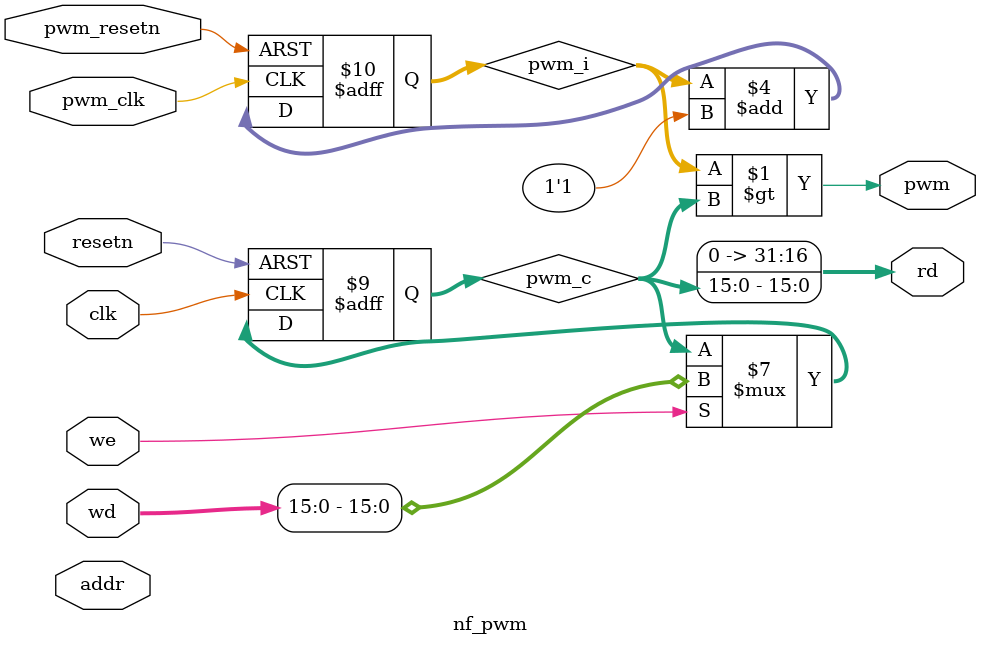
<source format=sv>
/*
*  File            :   nf_pwm.sv
*  Autor           :   Vlasov D.V.
*  Data            :   2018.11.29
*  Language        :   SystemVerilog
*  Description     :   This is PWM module
*  Copyright(c)    :   2018 Vlasov D.V.
*/

module nf_pwm
(
    input   logic               clk,
    input   logic               resetn,
    //nf_router side
    input   logic   [31 : 0]    addr,
    input   logic               we,
    input   logic   [31 : 0]    wd,
    output  logic   [31 : 0]    rd,
    //pmw_side
    input   logic               pwm_clk,
    input   logic               pwm_resetn,
    output  logic               pwm
);

    logic   [15:0]  pwm_i;      //internal counter register
    logic   [15:0]  pwm_c;      //internal compare register

    assign pwm = (pwm_i > pwm_c);
    assign rd  = { '0 , pwm_c };

    always_ff @(posedge pwm_clk, negedge pwm_resetn)
    begin : work_with_counter_pwm
        if(!pwm_resetn)
            pwm_i <= '0;
        else
            pwm_i <= pwm_i + 1'b1;
    end
    
    always_ff @(posedge clk, negedge resetn)
    begin : work_with_compare_pwm
        if(!resetn)
            pwm_c <= '0;
        else
            if(we)
                pwm_c <= wd;
    end

endmodule : nf_pwm

</source>
